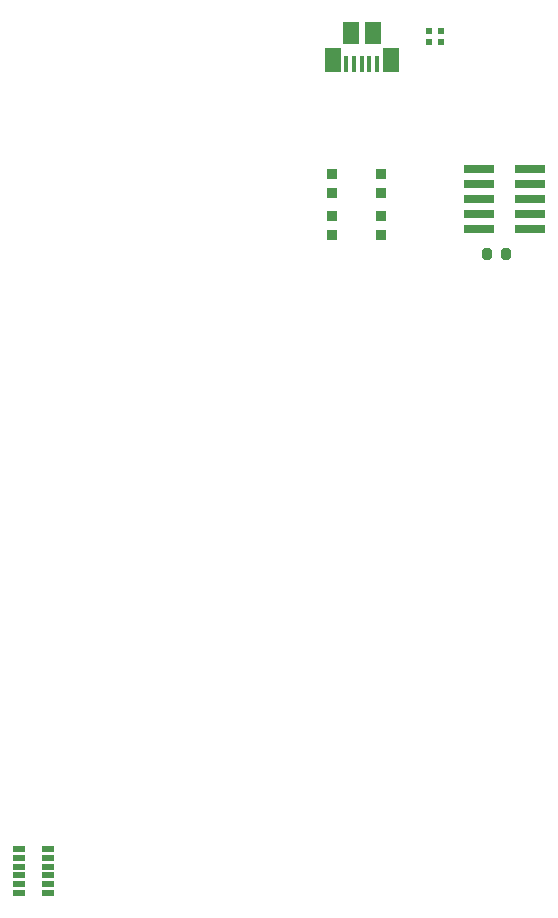
<source format=gbr>
%TF.GenerationSoftware,KiCad,Pcbnew,(6.0.7)*%
%TF.CreationDate,2023-03-27T22:24:36-07:00*%
%TF.ProjectId,FC_Board_v1,46435f42-6f61-4726-945f-76312e6b6963,rev?*%
%TF.SameCoordinates,Original*%
%TF.FileFunction,Paste,Bot*%
%TF.FilePolarity,Positive*%
%FSLAX46Y46*%
G04 Gerber Fmt 4.6, Leading zero omitted, Abs format (unit mm)*
G04 Created by KiCad (PCBNEW (6.0.7)) date 2023-03-27 22:24:36*
%MOMM*%
%LPD*%
G01*
G04 APERTURE LIST*
G04 Aperture macros list*
%AMRoundRect*
0 Rectangle with rounded corners*
0 $1 Rounding radius*
0 $2 $3 $4 $5 $6 $7 $8 $9 X,Y pos of 4 corners*
0 Add a 4 corners polygon primitive as box body*
4,1,4,$2,$3,$4,$5,$6,$7,$8,$9,$2,$3,0*
0 Add four circle primitives for the rounded corners*
1,1,$1+$1,$2,$3*
1,1,$1+$1,$4,$5*
1,1,$1+$1,$6,$7*
1,1,$1+$1,$8,$9*
0 Add four rect primitives between the rounded corners*
20,1,$1+$1,$2,$3,$4,$5,0*
20,1,$1+$1,$4,$5,$6,$7,0*
20,1,$1+$1,$6,$7,$8,$9,0*
20,1,$1+$1,$8,$9,$2,$3,0*%
G04 Aperture macros list end*
%ADD10R,0.900000X0.900000*%
%ADD11R,0.450000X1.380000*%
%ADD12R,1.475000X2.100000*%
%ADD13R,1.375000X1.900000*%
%ADD14R,0.500000X0.500000*%
%ADD15RoundRect,0.200000X-0.200000X-0.275000X0.200000X-0.275000X0.200000X0.275000X-0.200000X0.275000X0*%
%ADD16R,2.600000X0.760000*%
%ADD17R,1.000000X0.500000*%
G04 APERTURE END LIST*
D10*
%TO.C,SW2*%
X147846000Y-77889000D03*
X143746000Y-77889000D03*
X147846000Y-76289000D03*
X143746000Y-76289000D03*
%TD*%
D11*
%TO.C,X1*%
X147535800Y-67026900D03*
X146885800Y-67026900D03*
X146235800Y-67026900D03*
X145585800Y-67026900D03*
X144935800Y-67026900D03*
D12*
X143773300Y-66666900D03*
D13*
X145298300Y-64366900D03*
X147173300Y-64366900D03*
D12*
X148698300Y-66666900D03*
%TD*%
D14*
%TO.C,LED1*%
X152950800Y-65118400D03*
X151950800Y-65118400D03*
X151950800Y-64218400D03*
X152950800Y-64218400D03*
%TD*%
D15*
%TO.C,R2*%
X156832800Y-83083400D03*
X158482800Y-83083400D03*
%TD*%
D16*
%TO.C,J2*%
X160466250Y-75838623D03*
X156166250Y-75838623D03*
X160466250Y-77108623D03*
X156166250Y-77108623D03*
X160466250Y-78378623D03*
X156166250Y-78378623D03*
X160466250Y-79648623D03*
X156166250Y-79648623D03*
X160466250Y-80918623D03*
X156166250Y-80918623D03*
%TD*%
D17*
%TO.C,U5*%
X119645800Y-133444400D03*
X119645800Y-134194400D03*
X119645800Y-134944400D03*
X119645800Y-135694400D03*
X119645800Y-136444400D03*
X119645800Y-137194400D03*
X117245800Y-137194400D03*
X117245800Y-136444400D03*
X117245800Y-135694400D03*
X117245800Y-134944400D03*
X117245800Y-134194400D03*
X117245800Y-133444400D03*
%TD*%
D10*
%TO.C,SW1*%
X147846000Y-81445000D03*
X143746000Y-81445000D03*
X147846000Y-79845000D03*
X143746000Y-79845000D03*
%TD*%
M02*

</source>
